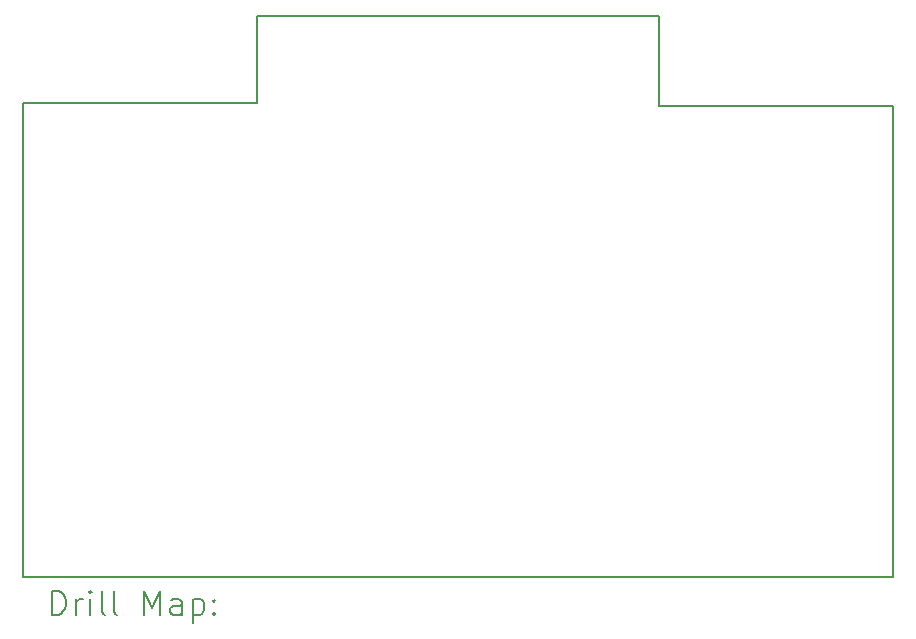
<source format=gbr>
%TF.GenerationSoftware,KiCad,Pcbnew,(6.0.8)*%
%TF.CreationDate,2023-08-07T17:47:23+10:00*%
%TF.ProjectId,REDPITAYA-BRK,52454450-4954-4415-9941-2d42524b2e6b,rev?*%
%TF.SameCoordinates,Original*%
%TF.FileFunction,Drillmap*%
%TF.FilePolarity,Positive*%
%FSLAX45Y45*%
G04 Gerber Fmt 4.5, Leading zero omitted, Abs format (unit mm)*
G04 Created by KiCad (PCBNEW (6.0.8)) date 2023-08-07 17:47:23*
%MOMM*%
%LPD*%
G01*
G04 APERTURE LIST*
%ADD10C,0.200000*%
G04 APERTURE END LIST*
D10*
X9652000Y-3124200D02*
X9652000Y-7137400D01*
X17018000Y-7137400D02*
X17018000Y-3149600D01*
X9652000Y-7137400D02*
X17018000Y-7137400D01*
X11633200Y-2387600D02*
X11633200Y-3124200D01*
X9652000Y-3124200D02*
X11633200Y-3124200D01*
X15036800Y-2387600D02*
X11633200Y-2387600D01*
X15036800Y-3149600D02*
X17018000Y-3149600D01*
X15036800Y-2387600D02*
X15036800Y-3149600D01*
X9899619Y-7457876D02*
X9899619Y-7257876D01*
X9947238Y-7257876D01*
X9975810Y-7267400D01*
X9994857Y-7286448D01*
X10004381Y-7305495D01*
X10013905Y-7343590D01*
X10013905Y-7372162D01*
X10004381Y-7410257D01*
X9994857Y-7429305D01*
X9975810Y-7448352D01*
X9947238Y-7457876D01*
X9899619Y-7457876D01*
X10099619Y-7457876D02*
X10099619Y-7324543D01*
X10099619Y-7362638D02*
X10109143Y-7343590D01*
X10118667Y-7334067D01*
X10137714Y-7324543D01*
X10156762Y-7324543D01*
X10223429Y-7457876D02*
X10223429Y-7324543D01*
X10223429Y-7257876D02*
X10213905Y-7267400D01*
X10223429Y-7276924D01*
X10232952Y-7267400D01*
X10223429Y-7257876D01*
X10223429Y-7276924D01*
X10347238Y-7457876D02*
X10328190Y-7448352D01*
X10318667Y-7429305D01*
X10318667Y-7257876D01*
X10452000Y-7457876D02*
X10432952Y-7448352D01*
X10423429Y-7429305D01*
X10423429Y-7257876D01*
X10680571Y-7457876D02*
X10680571Y-7257876D01*
X10747238Y-7400733D01*
X10813905Y-7257876D01*
X10813905Y-7457876D01*
X10994857Y-7457876D02*
X10994857Y-7353114D01*
X10985333Y-7334067D01*
X10966286Y-7324543D01*
X10928190Y-7324543D01*
X10909143Y-7334067D01*
X10994857Y-7448352D02*
X10975810Y-7457876D01*
X10928190Y-7457876D01*
X10909143Y-7448352D01*
X10899619Y-7429305D01*
X10899619Y-7410257D01*
X10909143Y-7391209D01*
X10928190Y-7381686D01*
X10975810Y-7381686D01*
X10994857Y-7372162D01*
X11090095Y-7324543D02*
X11090095Y-7524543D01*
X11090095Y-7334067D02*
X11109143Y-7324543D01*
X11147238Y-7324543D01*
X11166286Y-7334067D01*
X11175810Y-7343590D01*
X11185333Y-7362638D01*
X11185333Y-7419781D01*
X11175810Y-7438828D01*
X11166286Y-7448352D01*
X11147238Y-7457876D01*
X11109143Y-7457876D01*
X11090095Y-7448352D01*
X11271048Y-7438828D02*
X11280571Y-7448352D01*
X11271048Y-7457876D01*
X11261524Y-7448352D01*
X11271048Y-7438828D01*
X11271048Y-7457876D01*
X11271048Y-7334067D02*
X11280571Y-7343590D01*
X11271048Y-7353114D01*
X11261524Y-7343590D01*
X11271048Y-7334067D01*
X11271048Y-7353114D01*
M02*

</source>
